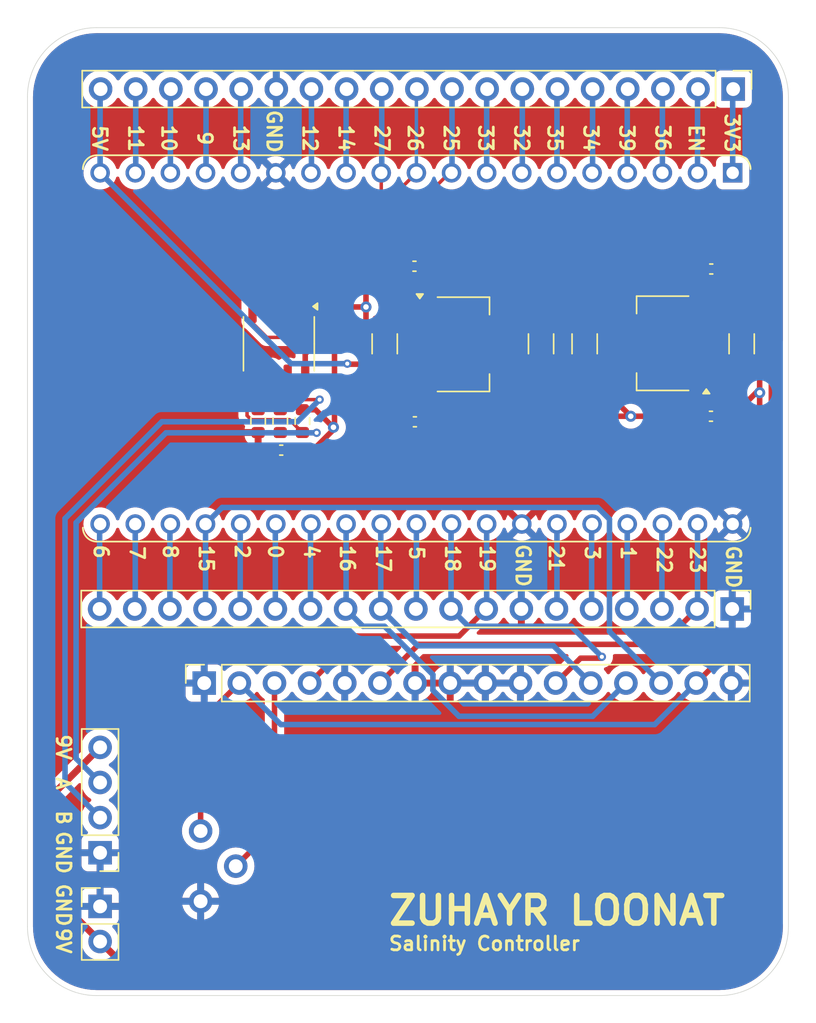
<source format=kicad_pcb>
(kicad_pcb (version 20240108) (generator "pcbnew") (generator_version "8.0")
  (layers (0 "F.Cu" signal) (31 "B.Cu" signal) (34 "B.Paste" user) (35 "F.Paste" user) (36 "B.SilkS" user "B.Silkscreen") (37 "F.SilkS" user "F.Silkscreen") (38 "B.Mask" user) (39 "F.Mask" user) (44 "Edge.Cuts" user))
  (net 0 "")
  (net 1 "GPIO23")
  (net 2 "GPIO19")
  (net 3 "Net-(J1-Pin_3)")
  (net 4 "GPIO16")
  (net 5 "GPIO18")
  (net 6 "GPIO17")
  (net 7 "GPIO27")
  (net 8 "GPIO14")
  (net 9 "12")
  (net 10 "SD2")
  (net 11 "GPIO25")
  (net 12 "GPIO33")
  (net 13 "GPIO13")
  (net 14 "SD3")
  (net 15 "GPIO34")
  (net 16 "GPIO32")
  (net 17 "EN")
  (net 18 "GPIO36")
  (net 19 "GPIO26")
  (net 20 "CMD")
  (net 21 "ESP3V3")
  (net 22 "GPIO35")
  (net 23 "GPIO22")
  (net 24 "CLK")
  (net 25 "GPIO1")
  (net 26 "SD0")
  (net 27 "SD1")
  (net 28 "GPIO2")
  (net 29 "GPIO21")
  (net 30 "GPIO5")
  (net 31 "GPIO0")
  (net 32 "GPIO15")
  (net 33 "GPIO3")
  (net 34 "GPIO4")
  (net 35 "3V3")
  (net 36 "GND")
  (net 37 "RS485_A+")
  (net 38 "9V")
  (net 39 "RS485_B-")
  (net 40 "5V")
  (net 41 "GPIO39")
  (footprint "Package_TO_SOT_SMD:SOT-223-3_TabPin2" (layer "F.Cu") (at 199.44999 51.794092)
    (property "Reference" "U4" (hide yes))
    (property "Value" "AMS1117-3.3")
    (pad "1" smd roundrect (at -3.15 -2.3) (size 2 1.5) (layers "F.Cu" "F.Paste" "F.Mask") (net 36 "GND"))
    (pad "2" smd roundrect (at -3.15 0) (size 2 1.5) (layers "F.Cu" "F.Paste" "F.Mask") (net 35 "3V3"))
    (pad "2" smd roundrect (at 3.15 0) (size 2 3.8) (layers "F.Cu" "F.Paste" "F.Mask") (net 35 "3V3"))
    (pad "3" smd roundrect (at -3.15 2.3) (size 2 1.5) (layers "F.Cu" "F.Paste" "F.Mask") (net 40 "5V"))
  )
  (footprint "Resistor_SMD:R_0603_1608Metric" (layer "F.Cu") (at 187.835524 57.346058 -90)
    (property "Reference" "R1" (hide yes))
    (property "Value" "4.7K")
    (pad "1" smd roundrect (at -0.825 0 270) (size 0.8 0.95) (layers "F.Cu" "F.Paste" "F.Mask") (net 35 "3V3"))
    (pad "2" smd roundrect (at 0.825 0 270) (size 0.8 0.95) (layers "F.Cu" "F.Paste" "F.Mask") (net 37 "RS485_A+"))
  )
  (footprint "Capacitor_SMD:C_1206_3216Metric" (layer "F.Cu") (at 208.235524 51.756592 -90)
    (property "Reference" "C7" (hide yes))
    (property "Value" "22uF")
    (pad "1" smd roundrect (at -1.475 0 270) (size 1.15 1.8) (layers "F.Cu" "F.Paste" "F.Mask") (roundrect_rratio 0.217391) (net 40 "5V"))
    (pad "2" smd roundrect (at 1.475 0 270) (size 1.15 1.8) (layers "F.Cu" "F.Paste" "F.Mask") (roundrect_rratio 0.217391) (net 36 "GND"))
  )
  (footprint "Resistor_SMD:R_0603_1608Metric" (layer "F.Cu") (at 186.235524 57.346058 90)
    (property "Reference" "R2" (hide yes))
    (property "Value" "120")
    (pad "1" smd roundrect (at -0.825 0 90) (size 0.8 0.95) (layers "F.Cu" "F.Paste" "F.Mask") (net 37 "RS485_A+"))
    (pad "2" smd roundrect (at 0.825 0 90) (size 0.8 0.95) (layers "F.Cu" "F.Paste" "F.Mask") (net 39 "RS485_B-"))
  )
  (footprint "Capacitor_SMD:C_1206_3216Metric" (layer "F.Cu") (at 219.585524 51.756592 -90)
    (property "Reference" "C3" (hide yes))
    (property "Value" "22uF")
    (pad "1" smd roundrect (at -1.475 0 270) (size 1.15 1.8) (layers "F.Cu" "F.Paste" "F.Mask") (roundrect_rratio 0.217391) (net 38 "9V"))
    (pad "2" smd roundrect (at 1.475 0 270) (size 1.15 1.8) (layers "F.Cu" "F.Paste" "F.Mask") (roundrect_rratio 0.217391) (net 36 "GND"))
  )
  (footprint "Connector_PinHeader_2.54mm:PinHeader_1x19_P2.54mm_Vertical" (layer "F.Cu") (at 218.96999 33.334092 -90)
    (property "Reference" "J4" (hide yes))
    (property "Value" "Conn_01x19")
    (pad "1" thru_hole rect (at 0 0 270) (size 1.7 1.7) (drill 1) (layers "*.Cu" "*.Mask") (net 21 "ESP3V3"))
    (pad "2" thru_hole oval (at 0 2.54 270) (size 1.7 1.7) (drill 1) (layers "*.Cu" "*.Mask") (net 17 "EN"))
    (pad "3" thru_hole oval (at 0 5.08 270) (size 1.7 1.7) (drill 1) (layers "*.Cu" "*.Mask") (net 18 "GPIO36"))
    (pad "4" thru_hole oval (at 0 7.62 270) (size 1.7 1.7) (drill 1) (layers "*.Cu" "*.Mask") (net 41 "GPIO39"))
    (pad "5" thru_hole oval (at 0 10.16 270) (size 1.7 1.7) (drill 1) (layers "*.Cu" "*.Mask") (net 15 "GPIO34"))
    (pad "6" thru_hole oval (at 0 12.7 270) (size 1.7 1.7) (drill 1) (layers "*.Cu" "*.Mask") (net 22 "GPIO35"))
    (pad "7" thru_hole oval (at 0 15.24 270) (size 1.7 1.7) (drill 1) (layers "*.Cu" "*.Mask") (net 16 "GPIO32"))
    (pad "8" thru_hole oval (at 0 17.78 270) (size 1.7 1.7) (drill 1) (layers "*.Cu" "*.Mask") (net 12 "GPIO33"))
    (pad "9" thru_hole oval (at 0 20.32 270) (size 1.7 1.7) (drill 1) (layers "*.Cu" "*.Mask") (net 11 "GPIO25"))
    (pad "10" thru_hole oval (at 0 22.86 270) (size 1.7 1.7) (drill 1) (layers "*.Cu" "*.Mask") (net 19 "GPIO26"))
    (pad "11" thru_hole oval (at 0 25.4 270) (size 1.7 1.7) (drill 1) (layers "*.Cu" "*.Mask") (net 7 "GPIO27"))
    (pad "12" thru_hole oval (at 0 27.94 270) (size 1.7 1.7) (drill 1) (layers "*.Cu" "*.Mask") (net 8 "GPIO14"))
    (pad "13" thru_hole oval (at 0 30.48 270) (size 1.7 1.7) (drill 1) (layers "*.Cu" "*.Mask") (net 9 "12"))
    (pad "14" thru_hole oval (at 0 33.02 270) (size 1.7 1.7) (drill 1) (layers "*.Cu" "*.Mask") (net 36 "GND"))
    (pad "15" thru_hole oval (at 0 35.56 270) (size 1.7 1.7) (drill 1) (layers "*.Cu" "*.Mask") (net 13 "GPIO13"))
    (pad "16" thru_hole oval (at 0 38.1 270) (size 1.7 1.7) (drill 1) (layers "*.Cu" "*.Mask") (net 10 "SD2"))
    (pad "17" thru_hole oval (at 0 40.64 270) (size 1.7 1.7) (drill 1) (layers "*.Cu" "*.Mask") (net 14 "SD3"))
    (pad "18" thru_hole oval (at 0 43.18 270) (size 1.7 1.7) (drill 1) (layers "*.Cu" "*.Mask") (net 20 "CMD"))
    (pad "19" thru_hole oval (at 0 45.72 270) (size 1.7 1.7) (drill 1) (layers "*.Cu" "*.Mask") (net 40 "5V"))
  )
  (footprint "ThesisLib:MODULE_ESP32-DEVKITC-32E-Edited2" (layer "F.Cu") (at 196.09999 52.089842 -90)
    (property "Reference" "U1" (hide yes))
    (property "Value" "ESP32-DEVKITC-32E")
    (fp_text user "22" (at 15.3 -17.3 -90) (layer "F.SilkS") (effects (font (thickness 0.2) (bold yes)) (justify bottom)))
    (fp_text user "14" (at -15.2 5.7 -90) (layer "F.SilkS") (effects (font (thickness 0.2) (bold yes)) (justify bottom)))
    (fp_text user "25" (at -15.2 -1.9 -90) (layer "F.SilkS") (effects (font (thickness 0.2) (bold yes)) (justify bottom)))
    (fp_text user "16" (at 15.2 5.6 -90) (layer "F.SilkS") (effects (font (thickness 0.2) (bold yes)) (justify bottom)))
    (fp_text user "7" (at 14.8 20.8 -90) (layer "F.SilkS") (effects (font (thickness 0.2) (bold yes)) (justify bottom)))
    (fp_text user "3" (at 14.8 -12.1 -90) (layer "F.SilkS") (effects (font (thickness 0.2) (bold yes)) (justify bottom)))
    (fp_text user "11" (at -15.2 20.9 -90) (layer "F.SilkS") (effects (font (thickness 0.2) (bold yes)) (justify bottom)))
    (fp_text user "27" (at -15.2 3.1 -90) (layer "F.SilkS") (effects (font (thickness 0.2) (bold yes)) (justify bottom)))
    (fp_text user "0" (at 14.7 10.8 -90) (layer "F.SilkS") (effects (font (thickness 0.2) (bold yes)) (justify bottom)))
    (fp_text user "" (at 14.4 -20.3 -90) (layer "F.SilkS") (effects (font (thickness 0.1)) (justify left bottom)))
    (fp_text user "21" (at 15.2 -9.5 -90) (layer "F.SilkS") (effects (font (thickness 0.2) (bold yes)) (justify bottom)))
    (fp_text user "23" (at 15.3 -19.7 -90) (layer "F.SilkS") (effects (font (thickness 0.2) (bold yes)) (justify bottom)))
    (fp_text user "19" (at 15.2 -4.5 -90) (layer "F.SilkS") (effects (font (thickness 0.2) (bold yes)) (justify bottom)))
    (fp_text user "15" (at 15.2 15.8 -90) (layer "F.SilkS") (effects (font (thickness 0.2) (bold yes)) (justify bottom)))
    (fp_text user "5" (at 14.8 0.6 -90) (layer "F.SilkS") (effects (font (thickness 0.2) (bold yes)) (justify bottom)))
    (fp_text user "4" (at 14.7 8.2 -90) (layer "F.SilkS") (effects (font (thickness 0.2) (bold yes)) (justify bottom)))
    (fp_text user "5V" (at -15.2 23.5 -90) (layer "F.SilkS") (effects (font (thickness 0.2) (bold yes)) (justify bottom)))
    (fp_text user "" (at -16.8 -20.2 -90) (layer "F.SilkS") (effects (font (thickness 0.1)) (justify left bottom)))
    (fp_text user "33" (at -15.2 -4.4 -90) (layer "F.SilkS") (effects (font (thickness 0.2) (bold yes)) (justify bottom)))
    (fp_text user "" (at -5.3 -20.3 -90) (layer "F.SilkS") (effects (font (thickness 0.1)) (justify left bottom)))
    (fp_text user "8" (at 14.7 18.4 -90) (layer "F.SilkS") (effects (font (thickness 0.2) (bold yes)) (justify bottom)))
    (fp_text user "35" (at -15.2 -9.4 -90) (layer "F.SilkS") (effects (font (thickness 0.2) (bold yes)) (justify bottom)))
    (fp_text user "10" (at -15.2 18.5 -90) (layer "F.SilkS") (effects (font (thickness 0.2) (bold yes)) (justify bottom)))
    (fp_text user "EN" (at -15.2 -19.6 -90) (layer "F.SilkS") (effects (font (thickness 0.2) (bold yes)) (justify bottom)))
    (fp_text user "1" (at 14.8 -14.7 -90) (layer "F.SilkS") (effects (font (thickness 0.2) (bold yes)) (justify bottom)))
    (fp_text user "GND" (at 15.8 -22.3 -90) (layer "F.SilkS") (effects (font (thickness 0.2) (bold yes)) (justify bottom)))
    (fp_text user "3V3 " (at -15.2 -22.2 -90) (layer "F.SilkS") (effects (font (thickness 0.2) (bold yes)) (justify bottom)))
    (fp_text user "13" (at -15.2 13.3 -90) (layer "F.SilkS") (effects (font (thickness 0.2) (bold yes)) (justify bottom)))
    (fp_text user "39" (at -15.2 -14.6 -90) (layer "F.SilkS") (effects (font (thickness 0.2) (bold yes)) (justify bottom)))
    (fp_text user "17" (at 15.2 3 -90) (layer "F.SilkS") (effects (font (thickness 0.2) (bold yes)) (justify bottom)))
    (fp_text user "34" (at -15.2 -12 -90) (layer "F.SilkS") (effects (font (thickness 0.2) (bold yes)) (justify bottom)))
    (fp_text user "32" (at -15.2 -7 -90) (layer "F.SilkS") (effects (font (thickness 0.2) (bold yes)) (justify bottom)))
    (fp_text user "2" (at 14.7 13.2 -90) (layer "F.SilkS") (effects (font (thickness 0.2) (bold yes)) (justify bottom)))
    (fp_text user "12" (at -15.2 8.3 -90) (layer "F.SilkS") (effects (font (thickness 0.2) (bold yes)) (justify bottom)))
    (fp_text user "9" (at -15.2 15.9 -90) (layer "F.SilkS") (effects (font (thickness 0.2) (bold yes)) (justify bottom)))
    (fp_text user "6" (at 14.7 23.4 -90) (layer "F.SilkS") (effects (font (thickness 0.2) (bold yes)) (justify bottom)))
    (fp_text user "GND" (at -15.7 10.9 -90) (layer "F.SilkS") (effects (font (thickness 0.2) (bold yes)) (justify bottom)))
    (fp_text user "26" (at -15.2 0.7 -90) (layer "F.SilkS") (effects (font (thickness 0.2) (bold yes)) (justify bottom)))
    (fp_text user "36" (at -15.2 -17.2 -90) (layer "F.SilkS") (effects (font (thickness 0.2) (bold yes)) (justify bottom)))
    (fp_text user "18" (at 15.2 -2 -90) (layer "F.SilkS") (effects (font (thickness 0.2) (bold yes)) (justify bottom)))
    (fp_text user "GND" (at 15.7 -7.1 -90) (layer "F.SilkS") (effects (font (thickness 0.2) (bold yes)) (justify bottom)))
    (pad "J2_1" thru_hole rect (at -12.7 -22.835 270) (size 1.408 1.408) (drill 0.9) (layers "*.Cu" "*.Mask") (net 21 "ESP3V3"))
    (pad "J2_2" thru_hole circle (at -12.7 -20.295 270) (size 1.408 1.408) (drill 0.9) (layers "*.Cu" "*.Mask") (net 17 "EN"))
    (pad "J2_3" thru_hole circle (at -12.7 -17.755 270) (size 1.408 1.408) (drill 0.9) (layers "*.Cu" "*.Mask") (net 18 "GPIO36"))
    (pad "J2_4" thru_hole circle (at -12.7 -15.215 270) (size 1.408 1.408) (drill 0.9) (layers "*.Cu" "*.Mask") (net 41 "GPIO39"))
    (pad "J2_5" thru_hole circle (at -12.7 -12.675 270) (size 1.408 1.408) (drill 0.9) (layers "*.Cu" "*.Mask") (net 15 "GPIO34"))
    (pad "J2_6" thru_hole circle (at -12.7 -10.135 270) (size 1.408 1.408) (drill 0.9) (layers "*.Cu" "*.Mask") (net 22 "GPIO35"))
    (pad "J2_7" thru_hole circle (at -12.7 -7.595 270) (size 1.408 1.408) (drill 0.9) (layers "*.Cu" "*.Mask") (net 16 "GPIO32"))
    (pad "J2_8" thru_hole circle (at -12.7 -5.055 270) (size 1.408 1.408) (drill 0.9) (layers "*.Cu" "*.Mask") (net 12 "GPIO33"))
    (pad "J2_9" thru_hole circle (at -12.7 -2.515 270) (size 1.408 1.408) (drill 0.9) (layers "*.Cu" "*.Mask") (net 11 "GPIO25"))
    (pad "J2_10" thru_hole circle (at -12.7 0.025 270) (size 1.408 1.408) (drill 0.9) (layers "*.Cu" "*.Mask") (net 19 "GPIO26"))
    (pad "J2_11" thru_hole circle (at -12.7 2.565 270) (size 1.408 1.408) (drill 0.9) (layers "*.Cu" "*.Mask") (net 7 "GPIO27"))
    (pad "J2_12" thru_hole circle (at -12.7 5.105 270) (size 1.408 1.408) (drill 0.9) (layers "*.Cu" "*.Mask") (net 8 "GPIO14"))
    (pad "J2_13" thru_hole circle (at -12.7 7.645 270) (size 1.408 1.408) (drill 0.9) (layers "*.Cu" "*.Mask") (net 9 "12"))
    (pad "J2_14" thru_hole circle (at -12.7 10.185 270) (size 1.408 1.408) (drill 0.9) (layers "*.Cu" "*.Mask") (net 36 "GND"))
    (pad "J2_15" thru_hole circle (at -12.7 12.725 270) (size 1.408 1.408) (drill 0.9) (layers "*.Cu" "*.Mask") (net 13 "GPIO13"))
    (pad "J2_16" thru_hole circle (at -12.7 15.265 270) (size 1.408 1.408) (drill 0.9) (layers "*.Cu" "*.Mask") (net 10 "SD2"))
    (pad "J2_17" thru_hole circle (at -12.7 17.805 270) (size 1.408 1.408) (drill 0.9) (layers "*.Cu" "*.Mask") (net 14 "SD3"))
    (pad "J2_18" thru_hole circle (at -12.7 20.345 270) (size 1.408 1.408) (drill 0.9) (layers "*.Cu" "*.Mask") (net 20 "CMD"))
    (pad "J2_19" thru_hole circle (at -12.7 22.885 270) (size 1.408 1.408) (drill 0.9) (layers "*.Cu" "*.Mask") (net 40 "5V"))
    (pad "J3_1" thru_hole circle (at 12.7 -22.835 270) (size 1.408 1.408) (drill 0.9) (layers "*.Cu" "*.Mask") (net 36 "GND"))
    (pad "J3_2" thru_hole circle (at 12.7 -20.295 270) (size 1.408 1.408) (drill 0.9) (layers "*.Cu" "*.Mask") (net 1 "GPIO23"))
    (pad "J3_3" thru_hole circle (at 12.7 -17.755 270) (size 1.408 1.408) (drill 0.9) (layers "*.Cu" "*.Mask") (net 23 "GPIO22"))
    (pad "J3_4" thru_hole circle (at 12.7 -15.215 270) (size 1.408 1.408) (drill 0.9) (layers "*.Cu" "*.Mask") (net 25 "GPIO1"))
    (pad "J3_5" thru_hole circle (at 12.7 -12.675 270) (size 1.408 1.408) (drill 0.9) (layers "*.Cu" "*.Mask") (net 33 "GPIO3"))
    (pad "J3_6" thru_hole circle (at 12.7 -10.135 270) (size 1.408 1.408) (drill 0.9) (layers "*.Cu" "*.Mask") (net 29 "GPIO21"))
    (pad "J3_7" thru_hole circle (at 12.7 -7.595 270) (size 1.408 1.408) (drill 0.9) (layers "*.Cu" "*.Mask") (net 36 "GND"))
    (pad "J3_8" thru_hole circle (at 12.7 -5.055 270) (size 1.408 1.408) (drill 0.9) (layers "*.Cu" "*.Mask") (net 2 "GPIO19"))
    (pad "J3_9" thru_hole circle (at 12.7 -2.515 270) (size 1.408 1.408) (drill 0.9) (layers "*.Cu" "*.Mask") (net 5 "GPIO18"))
    (pad "J3_10" thru_hole circle (at 12.7 0.025 270) (size 1.408 1.408) (drill 0.9) (layers "*.Cu" "*.Mask") (net 30 "GPIO5"))
    (pad "J3_11" thru_hole circle (at 12.7 2.565 270) (size 1.408 1.408) (drill 0.9) (layers "*.Cu" "*.Mask") (net 6 "GPIO17"))
    (pad "J3_12" thru_hole circle (at 12.7 5.105 270) (size 1.408 1.408) (drill 0.9) (layers "*.Cu" "*.Mask") (net 4 "GPIO16"))
    (pad "J3_13" thru_hole circle (at 12.7 7.645 270) (size 1.408 1.408) (drill 0.9) (layers "*.Cu" "*.Mask") (net 34 "GPIO4"))
    (pad "J3_14" thru_hole circle (at 12.7 10.185 270) (size 1.408 1.408) (drill 0.9) (layers "*.Cu" "*.Mask") (net 31 "GPIO0"))
    (pad "J3_15" thru_hole circle (at 12.7 12.725 270) (size 1.408 1.408) (drill 0.9) (layers "*.Cu" "*.Mask") (net 28 "GPIO2"))
    (pad "J3_16" thru_hole circle (at 12.7 15.265 270) (size 1.408 1.408) (drill 0.9) (layers "*.Cu" "*.Mask") (net 32 "GPIO15"))
    (pad "J3_17" thru_hole circle (at 12.7 17.805 270) (size 1.408 1.408) (drill 0.9) (layers "*.Cu" "*.Mask") (net 27 "SD1"))
    (pad "J3_18" thru_hole circle (at 12.7 20.345 270) (size 1.408 1.408) (drill 0.9) (layers "*.Cu" "*.Mask") (net 26 "SD0"))
    (pad "J3_19" thru_hole circle (at 12.7 22.885 270) (size 1.408 1.408) (drill 0.9) (layers "*.Cu" "*.Mask") (net 24 "CLK"))
  )
  (footprint "Capacitor_SMD:C_0402_1005Metric" (layer "F.Cu") (at 217.385524 46.346058 180)
    (property "Reference" "C2" (hide yes))
    (property "Value" "0.1uF")
    (pad "1" smd roundrect (at -0.48 0 180) (size 0.56 0.62) (layers "F.Cu" "F.Paste" "F.Mask") (net 38 "9V"))
    (pad "2" smd roundrect (at 0.48 0 180) (size 0.56 0.62) (layers "F.Cu" "F.Paste" "F.Mask") (net 36 "GND"))
  )
  (footprint "Capacitor_SMD:C_0402_1005Metric" (layer "F.Cu") (at 195.965524 57.396058)
    (property "Reference" "C6" (hide yes))
    (property "Value" "0.1uF")
    (pad "1" smd roundrect (at -0.48 0) (size 0.56 0.62) (layers "F.Cu" "F.Paste" "F.Mask") (net 40 "5V"))
    (pad "2" smd roundrect (at 0.48 0) (size 0.56 0.62) (layers "F.Cu" "F.Paste" "F.Mask") (net 36 "GND"))
  )
  (footprint "Capacitor_SMD:C_0402_1005Metric" (layer "F.Cu") (at 217.365524 56.996058)
    (property "Reference" "C5" (hide yes))
    (property "Value" "0.1uF")
    (pad "1" smd roundrect (at -0.48 0) (size 0.56 0.62) (layers "F.Cu" "F.Paste" "F.Mask") (net 40 "5V"))
    (pad "2" smd roundrect (at 0.48 0) (size 0.56 0.62) (layers "F.Cu" "F.Paste" "F.Mask") (net 36 "GND"))
  )
  (footprint "Connector_PinHeader_2.54mm:PinHeader_1x02_P2.54mm_Vertical" (layer "F.Cu") (at 173.214466 92.442116)
    (property "Reference" "J2" (hide yes))
    (property "Value" "PWR")
    (pad "1" thru_hole rect (at 0 0) (size 1.7 1.7) (drill 1) (layers "*.Cu" "*.Mask") (net 36 "GND"))
    (pad "2" thru_hole oval (at 0 2.54) (size 1.7 1.7) (drill 1) (layers "*.Cu" "*.Mask") (net 38 "9V"))
  )
  (footprint "Capacitor_SMD:C_0402_1005Metric" (layer "F.Cu") (at 195.935524 46.146058 180)
    (property "Reference" "C9" (hide yes))
    (property "Value" "0.1uF")
    (pad "1" smd roundrect (at -0.48 0 180) (size 0.56 0.62) (layers "F.Cu" "F.Paste" "F.Mask") (net 35 "3V3"))
    (pad "2" smd roundrect (at 0.48 0 180) (size 0.56 0.62) (layers "F.Cu" "F.Paste" "F.Mask") (net 36 "GND"))
  )
  (footprint "Package_SO:SOIC-8_3.9x4.9mm_P1.27mm" (layer "F.Cu") (at 186.135524 51.756592 -90)
    (property "Reference" "U3" (hide yes))
    (property "Value" "SP3485EN")
    (pad "1" smd roundrect (at -2.475 -1.905 270) (size 1.95 0.6) (layers "F.Cu" "F.Paste" "F.Mask") (net 19 "GPIO26"))
    (pad "2" smd roundrect (at -2.475 -0.635 270) (size 1.95 0.6) (layers "F.Cu" "F.Paste" "F.Mask") (net 7 "GPIO27"))
    (pad "3" smd roundrect (at -2.475 0.635 270) (size 1.95 0.6) (layers "F.Cu" "F.Paste" "F.Mask") (net 7 "GPIO27"))
    (pad "4" smd roundrect (at -2.475 1.905 270) (size 1.95 0.6) (layers "F.Cu" "F.Paste" "F.Mask") (net 11 "GPIO25"))
    (pad "5" smd roundrect (at 2.475 1.905 270) (size 1.95 0.6) (layers "F.Cu" "F.Paste" "F.Mask") (net 36 "GND"))
    (pad "6" smd roundrect (at 2.475 0.635 270) (size 1.95 0.6) (layers "F.Cu" "F.Paste" "F.Mask") (net 37 "RS485_A+"))
    (pad "7" smd roundrect (at 2.475 -0.635 270) (size 1.95 0.6) (layers "F.Cu" "F.Paste" "F.Mask") (net 39 "RS485_B-"))
    (pad "8" smd roundrect (at 2.475 -1.905 270) (size 1.95 0.6) (layers "F.Cu" "F.Paste" "F.Mask") (net 35 "3V3"))
  )
  (footprint "ThesisLib:10KPot" (layer "F.Cu") (at 183.018932 92.072116 180)
    (property "Reference" "RV1" (hide yes))
    (property "Value" "LCD Pot")
    (pad "1" thru_hole oval (at 2.54 0 180) (size 1.7 1.7) (drill 1) (layers "*.Cu" "*.Mask") (net 36 "GND"))
    (pad "2" thru_hole oval (at 0 2.54 180) (size 1.7 1.7) (drill 1) (layers "*.Cu" "*.Mask") (net 3 "Net-(J1-Pin_3)"))
    (pad "3" thru_hole oval (at 2.54 5.08 180) (size 1.7 1.7) (drill 1) (layers "*.Cu" "*.Mask") (net 40 "5V"))
  )
  (footprint "Capacitor_SMD:C_1206_3216Metric" (layer "F.Cu") (at 205.085524 51.756592 -90)
    (property "Reference" "C8" (hide yes))
    (property "Value" "22uF")
    (pad "1" smd roundrect (at -1.475 0 270) (size 1.15 1.8) (layers "F.Cu" "F.Paste" "F.Mask") (roundrect_rratio 0.217391) (net 35 "3V3"))
    (pad "2" smd roundrect (at 1.475 0 270) (size 1.15 1.8) (layers "F.Cu" "F.Paste" "F.Mask") (roundrect_rratio 0.217391) (net 36 "GND"))
  )
  (footprint "Capacitor_SMD:C_0402_1005Metric" (layer "F.Cu") (at 186.305524 59.446058 180)
    (property "Reference" "C1" (hide yes))
    (property "Value" "0.1uF")
    (pad "1" smd roundrect (at -0.48 0 180) (size 0.56 0.62) (layers "F.Cu" "F.Paste" "F.Mask") (net 35 "3V3"))
    (pad "2" smd roundrect (at 0.48 0 180) (size 0.56 0.62) (layers "F.Cu" "F.Paste" "F.Mask") (net 36 "GND"))
  )
  (footprint "Resistor_SMD:R_0603_1608Metric" (layer "F.Cu") (at 184.635524 57.346058 -90)
    (property "Reference" "R3" (hide yes))
    (property "Value" "4.7K")
    (pad "1" smd roundrect (at -0.825 0 270) (size 0.8 0.95) (layers "F.Cu" "F.Paste" "F.Mask") (net 39 "RS485_B-"))
    (pad "2" smd roundrect (at 0.825 0 270) (size 0.8 0.95) (layers "F.Cu" "F.Paste" "F.Mask") (net 36 "GND"))
  )
  (footprint "Capacitor_SMD:C_1206_3216Metric" (layer "F.Cu") (at 193.785524 51.756592 90)
    (property "Reference" "C4" (hide yes))
    (property "Value" "22uF")
    (pad "1" smd roundrect (at -1.475 0 90) (size 1.15 1.8) (layers "F.Cu" "F.Paste" "F.Mask") (roundrect_rratio 0.217391) (net 40 "5V"))
    (pad "2" smd roundrect (at 1.475 0 90) (size 1.15 1.8) (layers "F.Cu" "F.Paste" "F.Mask") (roundrect_rratio 0.217391) (net 36 "GND"))
  )
  (footprint "Package_TO_SOT_SMD:SOT-223-3_TabPin2" (layer "F.Cu") (at 213.89999 51.719092 180)
    (property "Reference" "U2" (hide yes))
    (property "Value" "AMS1117-5.0")
    (pad "1" smd roundrect (at -3.15 -2.3 180) (size 2 1.5) (layers "F.Cu" "F.Paste" "F.Mask") (net 36 "GND"))
    (pad "2" smd roundrect (at -3.15 0 180) (size 2 1.5) (layers "F.Cu" "F.Paste" "F.Mask") (net 40 "5V"))
    (pad "2" smd roundrect (at 3.15 0 180) (size 2 3.8) (layers "F.Cu" "F.Paste" "F.Mask") (net 40 "5V"))
    (pad "3" smd roundrect (at -3.15 2.3 180) (size 2 1.5) (layers "F.Cu" "F.Paste" "F.Mask") (net 38 "9V"))
  )
  (footprint "Connector_PinHeader_2.54mm:PinHeader_1x04_P2.54mm_Vertical" (layer "F.Cu") (at 173.214466 88.562116 180)
    (property "Reference" "J3" (hide yes))
    (property "Value" "Inter Board")
    (pad "1" thru_hole rect (at 0 0 180) (size 1.7 1.7) (drill 1) (layers "*.Cu" "*.Mask") (net 36 "GND"))
    (pad "2" thru_hole oval (at 0 2.54 180) (size 1.7 1.7) (drill 1) (layers "*.Cu" "*.Mask") (net 39 "RS485_B-"))
    (pad "3" thru_hole oval (at 0 5.08 180) (size 1.7 1.7) (drill 1) (layers "*.Cu" "*.Mask") (net 37 "RS485_A+"))
    (pad "4" thru_hole oval (at 0 7.62 180) (size 1.7 1.7) (drill 1) (layers "*.Cu" "*.Mask") (net 38 "9V"))
  )
  (footprint "Connector_PinHeader_2.54mm:PinHeader_1x19_P2.54mm_Vertical" (layer "F.Cu") (at 218.89999 70.934092 -90)
    (property "Reference" "J5" (hide yes))
    (property "Value" "Conn_01x19")
    (pad "1" thru_hole rect (at 0 0 270) (size 1.7 1.7) (drill 1) (layers "*.Cu" "*.Mask") (net 36 "GND"))
    (pad "2" thru_hole oval (at 0 2.54 270) (size 1.7 1.7) (drill 1) (layers "*.Cu" "*.Mask") (net 1 "GPIO23"))
    (pad "3" thru_hole oval (at 0 5.08 270) (size 1.7 1.7) (drill 1) (layers "*.Cu" "*.Mask") (net 23 "GPIO22"))
    (pad "4" thru_hole oval (at 0 7.62 270) (size 1.7 1.7) (drill 1) (layers "*.Cu" "*.Mask") (net 25 "GPIO1"))
    (pad "5" thru_hole oval (at 0 10.16 270) (size 1.7 1.7) (drill 1) (layers "*.Cu" "*.Mask") (net 33 "GPIO3"))
    (pad "6" thru_hole oval (at 0 12.7 270) (size 1.7 1.7) (drill 1) (layers "*.Cu" "*.Mask") (net 29 "GPIO21"))
    (pad "7" thru_hole oval (at 0 15.24 270) (size 1.7 1.7) (drill 1) (layers "*.Cu" "*.Mask") (net 36 "GND"))
    (pad "8" thru_hole oval (at 0 17.78 270) (size 1.7 1.7) (drill 1) (layers "*.Cu" "*.Mask") (net 2 "GPIO19"))
    (pad "9" thru_hole oval (at 0 20.32 270) (size 1.7 1.7) (drill 1) (layers "*.Cu" "*.Mask") (net 5 "GPIO18"))
    (pad "10" thru_hole oval (at 0 22.86 270) (size 1.7 1.7) (drill 1) (layers "*.Cu" "*.Mask") (net 30 "GPIO5"))
    (pad "11" thru_hole oval (at 0 25.4 270) (size 1.7 1.7) (drill 1) (layers "*.Cu" "*.Mask") (net 6 "GPIO17"))
    (pad "12" thru_hole oval (at 0 27.94 270) (size 1.7 1.7) (drill 1) (layers "*.Cu" "*.Mask") (net 4 "GPIO16"))
    (pad "13" thru_hole oval (at 0 30.48 270) (size 1.7 1.7) (drill 1) (layers "*.Cu" "*.Mask") (net 34 "GPIO4"))
    (pad "14" thru_hole oval (at 0 33.02 270) (size 1.7 1.7) (drill 1) (layers "*.Cu" "*.Mask") (net 31 "GPIO0"))
    (pad "15" thru_hole oval (at 0 35.56 270) (size 1.7 1.7) (drill 1) (layers "*.Cu" "*.Mask") (net 28 "GPIO2"))
    (pad "16" thru_hole oval (at 0 38.1 270) (size 1.7 1.7) (drill 1) (layers "*.Cu" "*.Mask") (net 32 "GPIO15"))
    (pad "17" thru_hole oval (at 0 40.64 270) (size 1.7 1.7) (drill 1) (layers "*.Cu" "*.Mask") (net 27 "SD1"))
    (pad "18" thru_hole oval (at 0 43.18 270) (size 1.7 1.7) (drill 1) (layers "*.Cu" "*.Mask") (net 26 "SD0"))
    (pad "19" thru_hole oval (at 0 45.72 270) (size 1.7 1.7) (drill 1) (layers "*.Cu" "*.Mask") (net 24 "CLK"))
  )
  (footprint "Connector_PinSocket_2.54mm:PinSocket_1x16_P2.54mm_Vertical" (layer "F.Cu") (at 180.738932 76.292116 90)
    (property "Reference" "J1" (hide yes))
    (property "Value" "16-Pin LCD")
    (pad "1" thru_hole rect (at 0 0 90) (size 1.7 1.7) (drill 1) (layers "*.Cu" "*.Mask") (net 36 "GND"))
    (pad "2" thru_hole oval (at 0 2.54 90) (size 1.7 1.7) (drill 1) (layers "*.Cu" "*.Mask") (net 40 "5V"))
    (pad "3" thru_hole oval (at 0 5.08 90) (size 1.7 1.7) (drill 1) (layers "*.Cu" "*.Mask") (net 3 "Net-(J1-Pin_3)"))
    (pad "4" thru_hole oval (at 0 7.62 90) (size 1.7 1.7) (drill 1) (layers "*.Cu" "*.Mask") (net 2 "GPIO19"))
    (pad "5" thru_hole oval (at 0 10.16 90) (size 1.7 1.7) (drill 1) (layers "*.Cu" "*.Mask") (net 36 "GND"))
    (pad "6" thru_hole oval (at 0 12.7 90) (size 1.7 1.7) (drill 1) (layers "*.Cu" "*.Mask") (net 1 "GPIO23"))
    (pad "7" thru_hole oval (at 0 15.24 90) (size 1.7 1.7) (drill 1) (layers "*.Cu" "*.Mask") (net 36 "GND"))
    (pad "8" thru_hole oval (at 0 17.78 90) (size 1.7 1.7) (drill 1) (layers "*.Cu" "*.Mask") (net 36 "GND"))
    (pad "9" thru_hole oval (at 0 20.32 90) (size 1.7 1.7) (drill 1) (layers "*.Cu" "*.Mask") (net 36 "GND"))
    (pad "10" thru_hole oval (at 0 22.86 90) (size 1.7 1.7) (drill 1) (layers "*.Cu" "*.Mask") (net 36 "GND"))
    (pad "11" thru_hole oval (at 0 25.4 90) (size 1.7 1.7) (drill 1) (layers "*.Cu" "*.Mask") (net 5 "GPIO18"))
    (pad "12" thru_hole oval (at 0 27.94 90) (size 1.7 1.7) (drill 1) (layers "*.Cu" "*.Mask") (net 6 "GPIO17"))
    (pad "13" thru_hole oval (at 0 30.48 90) (size 1.7 1.7) (drill 1) (layers "*.Cu" "*.Mask") (net 4 "GPIO16"))
    (pad "14" thru_hole oval (at 0 33.02 90) (size 1.7 1.7) (drill 1) (layers "*.Cu" "*.Mask") (net 32 "GPIO15"))
    (pad "15" thru_hole oval (at 0 35.56 90) (size 1.7 1.7) (drill 1) (layers "*.Cu" "*.Mask") (net 40 "5V"))
    (pad "16" thru_hole oval (at 0 38.1 90) (size 1.7 1.7) (drill 1) (layers "*.Cu" "*.Mask") (net 36 "GND"))
  )
  (gr_line (start 172.964466 28.892116) (end 217.964466 28.892116) (stroke (width 0.05)) (layer "Edge.Cuts"))
  (gr_line (start 217.964466 98.892116) (end 172.964466 98.892116) (stroke (width 0.05)) (layer "Edge.Cuts"))
  (gr_arc (start 167.964466 33.892116) (mid 169.428934 30.356594) (end 172.964466 28.892116) (stroke (width 0.05)) (layer "Edge.Cuts"))
  (gr_line (start 167.964466 93.892116) (end 167.964466 33.892116) (stroke (width 0.05)) (layer "Edge.Cuts"))
  (gr_arc (start 217.964466 28.892116) (mid 221.499978 30.356594) (end 222.964466 33.892116) (stroke (width 0.05)) (layer "Edge.Cuts"))
  (gr_line (start 222.964466 33.892116) (end 222.964466 93.892116) (stroke (width 0.05)) (layer "Edge.Cuts"))
  (gr_arc (start 172.964466 98.892116) (mid 169.42891 97.427662) (end 167.964466 93.892116) (stroke (width 0.05)) (layer "Edge.Cuts"))
  (gr_arc (start 222.964466 93.892116) (mid 221.500002 97.427662) (end 217.964466 98.892116) (stroke (width 0.05)) (layer "Edge.Cuts"))
  (gr_text "ZUHAYR LOONAT" (at 193.878932 93.917116 0) (layer "F.SilkS") (effects (font (size 2 2) (thickness 0.4) (bold yes)) (justify left bottom)))
  (gr_text "Salinity Controller" (at 193.978932 95.717116 0) (layer "F.SilkS") (effects (font (size 1 1) (thickness 0.2) (bold yes)) (justify left bottom)))
  (gr_text "GND" (at 169.978932 90.692116 -90) (layer "F.SilkS") (effects (font (size 1 1) (thickness 0.2) (bold yes)) (justify left bottom)))
  (gr_text "B" (at 169.978932 85.392116 -90) (layer "F.SilkS") (effects (font (size 1 1) (thickness 0.2) (bold yes)) (justify left bottom)))
  (gr_text "A" (at 169.978932 82.992116 -90) (layer "F.SilkS") (effects (font (size 1 1) (thickness 0.2) (bold yes)) (justify left bottom)))
  (gr_text "9V" (at 169.978932 93.892116 -90) (layer "F.SilkS") (effects (font (size 1 1) (thickness 0.2) (bold yes)) (justify left bottom)))
  (gr_text "GND" (at 169.978932 86.892116 -90) (layer "F.SilkS") (effects (font (size 1 1) (thickness 0.2) (bold yes)) (justify left bottom)))
  (gr_text "9V" (at 169.978932 79.892116 -90) (layer "F.SilkS") (effects (font (size 1 1) (thickness 0.2) (bold yes)) (justify left bottom)))
  (segment (start 196.238932 73.492116) (end 213.801966 73.492116) (width 0.4) (layer "F.Cu") (net 1))
  (segment (start 193.438932 76.292116) (end 196.238932 73.492116) (width 0.4) (layer "F.Cu") (net 1))
  (segment (start 213.801966 73.492116) (end 216.35999 70.934092) (width 0.4) (layer "F.Cu") (net 1))
  (segment (start 216.39499 70.899092) (end 216.35999 70.934092) (width 0.4) (layer "B.Cu") (net 1))
  (segment (start 216.39499 64.789842) (end 216.39499 70.899092) (width 0.4) (layer "B.Cu") (net 1))
  (segment (start 188.358932 76.292116) (end 191.758932 72.892116) (width 0.4) (layer "F.Cu") (net 2))
  (segment (start 191.758932 72.892116) (end 199.161966 72.892116) (width 0.4) (layer "F.Cu") (net 2))
  (segment (start 199.161966 72.892116) (end 201.11999 70.934092) (width 0.4) (layer "F.Cu") (net 2))
  (segment (start 201.15499 70.899092) (end 201.11999 70.934092) (width 0.4) (layer "B.Cu") (net 2))
  (segment (start 201.15499 64.789842) (end 201.15499 70.899092) (width 0.4) (layer "B.Cu") (net 2))
  (segment (start 185.818932 86.732116) (end 183.018932 89.532116) (width 0.4) (layer "F.Cu") (net 3))
  (segment (start 185.818932 76.292116) (end 185.818932 86.732116) (width 0.4) (layer "F.Cu") (net 3))
  (segment (start 197.268932 76.809883) (end 197.268932 75.682116) (width 0.4) (layer "B.Cu") (net 4))
  (segment (start 192.20999 72.184092) (end 190.95999 70.934092) (width 0.4) (layer "B.Cu") (net 4))
  (segment (start 211.218932 76.292116) (end 208.818932 78.692116) (width 0.4) (layer "B.Cu") (net 4))
  (segment (start 190.99499 64.789842) (end 190.99499 70.899092) (width 0.4) (layer "B.Cu") (net 4))
  (segment (start 197.268932 75.682116) (end 193.770908 72.184092) (width 0.4) (layer "B.Cu") (net 4))
  (segment (start 190.99499 70.899092) (end 190.95999 70.934092) (width 0.4) (layer "B.Cu") (net 4))
  (segment (start 193.770908 72.184092) (end 192.20999 72.184092) (width 0.4) (layer "B.Cu") (net 4))
  (segment (start 199.151165 78.692116) (end 197.268932 76.809883) (width 0.4) (layer "B.Cu") (net 4))
  (segment (start 208.818932 78.692116) (end 199.151165 78.692116) (width 0.4) (layer "B.Cu") (net 4))
  (segment (start 209.378932 74.492116) (end 207.938932 74.492116) (width 0.4) (layer "F.Cu") (net 5))
  (segment (start 207.938932 74.492116) (end 206.138932 76.292116) (width 0.4) (layer "F.Cu") (net 5))
  (segment (start 209.478932 74.392116) (end 209.378932 74.492116) (width 0.4) (layer "F.Cu") (net 5))
  (via (at 209.478932 74.392116) (size 0.6) (drill 0.3) (layers "F.Cu" "B.Cu") (net 5))
  (segment (start 198.57999 70.934092) (end 199.82999 72.184092) (width 0.4) (layer "B.Cu") (net 5))
  (segment (start 199.82999 72.184092) (end 207.270908 72.184092) (width 0.4) (layer "B.Cu") (net 5))
  (segment (start 198.57999 70.934092) (end 198.57999 64.824842) (width 0.4) (layer "B.Cu") (net 5))
  (segment (start 207.270908 72.184092) (end 209.478932 74.392116) (width 0.4) (layer "B.Cu") (net 5))
  (segment (start 198.57999 64.824842) (end 198.61499 64.789842) (width 0.4) (layer "B.Cu") (net 5))
  (segment (start 208.678932 76.292116) (end 205.978932 73.592116) (width 0.4) (layer "B.Cu") (net 6))
  (segment (start 195.958014 73.392116) (end 193.49999 70.934092) (width 0.4) (layer "B.Cu") (net 6))
  (segment (start 195.978932 73.392116) (end 195.958014 73.392116) (width 0.4) (layer "B.Cu") (net 6))
  (segment (start 193.49999 64.824842) (end 193.53499 64.789842) (width 0.4) (layer "B.Cu") (net 6))
  (segment (start 205.978932 73.592116) (end 196.178932 73.592116) (width 0.4) (layer "B.Cu") (net 6))
  (segment (start 196.178932 73.592116) (end 195.978932 73.392116) (width 0.4) (layer "B.Cu") (net 6))
  (segment (start 193.49999 70.934092) (end 193.49999 64.824842) (width 0.4) (layer "B.Cu") (net 6))
  (segment (start 193.53499 41.293446) (end 193.53499 39.389842) (width 0.25) (layer "F.Cu") (net 7))
  (segment (start 186.770524 48.057912) (end 193.53499 41.293446) (width 0.25) (layer "F.Cu") (net 7))
  (segment (start 186.770524 49.281592) (end 186.770524 48.057912) (width 0.25) (layer "F.Cu") (net 7))
  (segment (start 185.500524 49.281592) (end 186.770524 49.281592) (width 0.25) (layer "F.Cu") (net 7))
  (segment (start 193.56999 33.334092) (end 193.56999 39.354842) (width 0.4) (layer "B.Cu") (net 7))
  (segment (start 193.56999 39.354842) (end 193.53499 39.389842) (width 0.4) (layer "B.Cu") (net 7))
  (segment (start 190.99499 39.389842) (end 190.99499 33.369092) (width 0.4) (layer "B.Cu") (net 8))
  (segment (start 190.99499 33.369092) (end 191.02999 33.334092) (width 0.4) (layer "B.Cu") (net 8))
  (segment (start 188.48999 39.354842) (end 188.45499 39.389842) (width 0.4) (layer "B.Cu") (net 9))
  (segment (start 188.48999 33.334092) (end 188.48999 39.354842) (width 0.4) (layer "B.Cu") (net 9))
  (segment (start 180.86999 33.334092) (end 180.86999 39.354842) (width 0.4) (layer "B.Cu") (net 10))
  (segment (start 180.86999 39.354842) (end 180.83499 39.389842) (width 0.4) (layer "B.Cu") (net 10))
  (segment (start 184.230524 49.281592) (end 184.230524 50.256591) (width 0.25) (layer "F.Cu") (net 11))
  (segment (start 188.665524 48.255684) (end 188.490524 48.080684) (width 0.25) (layer "F.Cu") (net 11))
  (segment (start 184.230524 50.256591) (end 185.266049 51.292116) (width 0.25) (layer "F.Cu") (net 11))
  (segment (start 188.665524 50.3075) (end 188.665524 48.255684) (width 0.25) (layer "F.Cu") (net 11))
  (segment (start 185.266049 51.292116) (end 187.680908 51.292116) (width 0.25) (layer "F.Cu") (net 11))
  (segment (start 188.490524 48.080684) (end 188.490524 47.610704) (width 0.25) (layer "F.Cu") (net 11))
  (segment (start 194.809112 41.292116) (end 196.564466 41.292116) (width 0.25) (layer "F.Cu") (net 11))
  (segment (start 187.680908 51.292116) (end 188.665524 50.3075) (width 0.25) (layer "F.Cu") (net 11))
  (segment (start 196.564466 41.292116) (end 198.46674 39.389842) (width 0.25) (layer "F.Cu") (net 11))
  (segment (start 198.46674 39.389842) (end 198.61499 39.389842) (width 0.25) (layer "F.Cu") (net 11))
  (segment (start 188.490524 47.610704) (end 194.809112 41.292116) (width 0.25) (layer "F.Cu") (net 11))
  (segment (start 198.64999 33.334092) (end 198.64999 39.354842) (width 0.4) (layer "B.Cu") (net 11))
  (segment (start 198.64999 39.354842) (end 198.61499 39.389842) (width 0.4) (layer "B.Cu") (net 11))
  (segment (start 201.15499 39.389842) (end 201.15499 33.369092) (width 0.4) (layer "B.Cu") (net 12))
  (segment (start 201.15499 33.369092) (end 201.18999 33.334092) (width 0.4) (layer "B.Cu") (net 12))
  (segment (start 183.37499 33.369092) (end 183.40999 33.334092) (width 0.4) (layer "B.Cu") (net 13))
  (segment (start 183.37499 39.389842) (end 183.37499 33.369092) (width 0.4) (layer "B.Cu") (net 13))
  (segment (start 178.29499 39.389842) (end 178.29499 33.369092) (width 0.4) (layer "B.Cu") (net 14))
  (segment (start 178.29499 33.369092) (end 178.32999 33.334092) (width 0.4) (layer "B.Cu") (net 14))
  (segment (start 208.80999 33.334092) (end 208.80999 39.354842) (width 0.4) (layer "B.Cu") (net 15))
  (segment (start 208.80999 39.354842) (end 208.77499 39.389842) (width 0.4) (layer "B.Cu") (net 15))
  (segment (start 203.72999 39.354842) (end 203.69499 39.389842) (width 0.4) (layer "B.Cu") (net 16))
  (segment (start 203.72999 33.334092) (end 203.72999 39.354842) (width 0.4) (layer "B.Cu") (net 16))
  (segment (start 216.39499 39.389842) (end 216.39499 33.369092) (width 0.4) (layer "B.Cu") (net 17))
  (segment (start 216.39499 33.369092) (end 216.42999 33.334092) (width 0.4) (layer "B.Cu") (net 17))
  (segment (start 213.85499 39.389842) (end 213.85499 33.369092) (width 0.4) (layer "B.Cu") (net 18))
  (segment (start 213.85499 33.369092) (end 213.88999 33.334092) (width 0.4) (layer "B.Cu") (net 18))
  (segment (start 188.040524 49.281592) (end 188.040524 47.424308) (width 0.25) (layer "F.Cu") (net 19))
  (segment (start 188.040524 47.424308) (end 196.07499 39.389842) (width 0.25) (layer "F.Cu") (net 19))
  (segment (start 196.07499 39.389842) (end 196.07499 33.369092) (width 0.25) (layer "B.Cu") (net 19))
  (segment (start 196.07499 33.369092) (end 196.10999 33.334092) (width 0.25) (layer "B.Cu") (net 19))
  (segment (start 175.78999 33.334092) (end 175.78999 39.354842) (width 0.4) (layer "B.Cu") (net 20))
  (segment (start 175.78999 39.354842) (end 175.75499 39.389842) (width 0.4) (layer "B.Cu") (net 20))
  (segment (start 218.93499 39.389842) (end 218.93499 33.369092) (width 0.4) (layer "B.Cu") (net 21))
  (segment (start 218.93499 33.369092) (end 218.96999 33.334092) (width 0.4) (layer "B.Cu") (net 21))
  (segment (start 206.23499 33.369092) (end 206.26999 33.334092) (width 0.4) (layer "B.Cu") (net 22))
  (segment (start 206.23499 39.389842) (end 206.23499 33.369092) (width 0.4) (layer "B.Cu") (net 22))
  (segment (start 213.81999 64.824842) (end 213.85499 64.789842) (width 0.4) (layer "B.Cu") (net 23))
  (segment (start 213.81999 70.934092) (end 213.81999 64.824842) (width 0.4) (layer "B.Cu") (net 23))
  (segment (start 173.17999 64.824842) (end 173.21499 64.789842) (width 0.4) (layer "B.Cu") (net 24))
  (segment (start 173.17999 70.934092) (end 173.17999 64.824842) (width 0.4) (layer "B.Cu") (net 24))
  (segment (start 211.31499 64.789842) (end 211.31499 70.899092) (width 0.4) (layer "B.Cu") (net 25))
  (segment (start 211.31499 70.899092) (end 211.27999 70.934092) (width 0.4) (layer "B.Cu") (net 25))
  (segment (start 175.75499 64.789842) (end 175.75499 70.899092) (width 0.4) (layer "B.Cu") (net 26))
  (segment (start 175.75499 70.899092) (end 175.71999 70.934092) (width 0.4) (layer "B.Cu") (net 26))
  (segment (start 178.25999 64.824842) (end 178.29499 64.789842) (width 0.4) (layer "B.Cu") (net 27))
  (segment (start 178.25999 70.934092) (end 178.25999 64.824842) (width 0.4) (layer "B.Cu") (net 27))
  (segment (start 183.33999 64.824842) (end 183.37499 64.789842) (width 0.4) (layer "B.Cu") (net 28))
  (segment (start 183.33999 70.934092) (end 183.33999 64.824842) (width 0.4) (layer "B.Cu") (net 28))
  (segment (start 206.23499 70.899092) (end 206.19999 70.934092) (width 0.4) (layer "B.Cu") (net 29))
  (segment (start 206.23499 64.789842) (end 206.23499 70.899092) (width 0.4) (layer "B.Cu") (net 29))
  (segment (start 196.07499 70.899092) (end 196.03999 70.934092) (width 0.4) (layer "B.Cu") (net 30))
  (segment (start 196.07499 64.789842) (end 196.07499 70.899092) (width 0.4) (layer "B.Cu") (net 30))
  (segment (start 185.87999 70.934092) (end 185.87999 64.824842) (width 0.4) (layer "B.Cu") (net 31))
  (segment (start 185.87999 64.824842) (end 185.91499 64.789842) (width 0.4) (layer "B.Cu") (net 31))
  (segment (start 180.83499 64.789842) (end 180.83499 70.899092) (width 0.4) (layer "B.Cu") (net 32))
  (segment (start 210.02999 72.563174) (end 210.02999 64.443174) (width 0.4) (layer "B.Cu") (net 32))
  (segment (start 209.178932 63.592116) (end 182.032716 63.592116) (width 0.4) (layer "B.Cu") (net 32))
  (segment (start 213.758932 76.292116) (end 210.02999 72.563174) (width 0.4) (layer "B.Cu") (net 32))
  (segment (start 210.02999 64.443174) (end 209.178932 63.592116) (width 0.4) (layer "B.Cu") (net 32))
  (segment (start 182.032716 63.592116) (end 180.83499 64.789842) (width 0.4) (layer "B.Cu") (net 32))
  (segment (start 180.83499 70.899092) (end 180.79999 70.934092) (width 0.4) (layer "B.Cu") (net 32))
  (segment (start 208.73999 64.824842) (end 208.77499 64.789842) (width 0.4) (layer "B.Cu") (net 33))
  (segment (start 208.73999 70.934092) (end 208.73999 64.824842) (width 0.4) (layer "B.Cu") (net 33))
  (segment (start 188.41999 64.824842) (end 188.45499 64.789842) (width 0.4) (layer "B.Cu") (net 34))
  (segment (start 188.41999 70.934092) (end 188.41999 64.824842) (width 0.4) (layer "B.Cu") (net 34))
  (segment (start 190.155421 57.891111) (end 188.600474 59.446058) (width 0.4) (layer "F.Cu") (net 35))
  (segment (start 192.432069 49.092116) (end 191.43191 49.092116) (width 0.4) (layer "F.Cu") (net 35))
  (segment (start 188.600474 59.446058) (end 186.785524 59.446058) (width 0.4) (layer "F.Cu") (net 35))
  (segment (start 187.835524 56.521058) (end 188.785368 56.521058) (width 0.4) (layer "F.Cu") (net 35))
  (segment (start 195.908408 45.436058) (end 196.415524 45.943174) (width 0.4) (layer "F.Cu") (net 35))
  (segment (start 192.432069 49.092116) (end 192.432069 48.091957) (width 0.4) (layer "F.Cu") (net 35))
  (segment (start 195.087968 45.436058) (end 195.908408 45.436058) (width 0.4) (layer "F.Cu") (net 35))
  (segment (start 196.415524 46.146058) (end 201.118408 46.146058) (width 0.4) (layer "F.Cu") (net 35))
  (segment (start 190.155421 50.368605) (end 188.040524 52.483502) (width 0.4) (layer "F.Cu") (net 35))
  (segment (start 205.085524 50.281592) (end 204.11249 50.281592) (width 0.4) (layer "F.Cu") (net 35))
  (segment (start 190.155421 50.368605) (end 190.155421 57.891111) (width 0.4) (layer "F.Cu") (net 35))
  (segment (start 204.11249 50.281592) (end 202.59999 51.794092) (width 0.4) (layer "F.Cu") (net 35))
  (segment (start 192.432069 50.829303) (end 193.396858 51.794092) (width 0.4) (layer "F.Cu") (net 35))
  (segment (start 201.118408 46.146058) (end 202.59999 47.62764) (width 0.4) (layer "F.Cu") (net 35))
  (segment (start 196.415524 45.943174) (end 196.415524 46.146058) (width 0.4) (layer "F.Cu") (net 35))
  (segment (start 188.785368 56.521058) (end 190.155421 57.891111) (width 0.4) (layer "F.Cu") (net 35))
  (segment (start 192.432069 48.091957) (end 195.087968 45.436058) (width 0.4) (layer "F.Cu") (net 35))
  (segment (start 188.040524 52.483502) (end 188.040524 54.231592) (width 0.4) (layer "F.Cu") (net 35))
  (segment (start 202.59999 47.62764) (end 202.59999 51.794092) (width 0.4) (layer "F.Cu") (net 35))
  (segment (start 192.432069 49.092116) (end 192.432069 50.829303) (width 0.4) (layer "F.Cu") (net 35))
  (segment (start 193.396858 51.794092) (end 196.29999 51.794092) (width 0.4) (layer "F.Cu") (net 35))
  (segment (start 191.43191 49.092116) (end 190.155421 50.368605) (width 0.4) (layer "F.Cu") (net 35))
  (via (at 192.432069 49.092116) (size 0.8) (drill 0.4) (layers "F.Cu" "B.Cu") (net 35))
  (via (at 190.078932 57.792116) (size 0.8) (drill 0.4) (layers "F.Cu" "B.Cu") (net 35))
  (segment (start 219.585524 53.231592) (end 217.83749 53.231592) (width 0.4) (layer "F.Cu") (net 36))
  (segment (start 217.83749 53.231592) (end 217.04999 54.019092) (width 0.4) (layer "F.Cu") (net 36))
  (segment (start 185.91499 33.369092) (end 185.94999 33.334092) (width 0.4) (layer "B.Cu") (net 36))
  (segment (start 203.65999 64.824842) (end 203.69499 64.789842) (width 0.4) (layer "B.Cu") (net 36))
  (segment (start 185.500524 54.231592) (end 185.500524 55.356058) (width 0.25) (layer "F.Cu") (net 37))
  (segment (start 186.910524 57.246058) (end 187.835524 58.171058) (width 0.25) (layer "F.Cu") (net 37))
  (segment (start 186.235524 58.171058) (end 187.835524 58.171058) (width 0.25) (layer "F.Cu") (net 37))
  (segment (start 183.835524 56.021058) (end 183.835524 56.944062) (width 0.25) (layer "F.Cu") (net 37))
  (segment (start 185.060524 55.796058) (end 184.060524 55.796058) (width 0.25) (layer "F.Cu") (net 37))
  (segment (start 185.500524 55.356058) (end 185.060524 55.796058) (width 0.25) (layer "F.Cu") (net 37))
  (segment (start 187.835524 58.171058) (end 188.843408 58.171058) (width 0.25) (layer "F.Cu") (net 37))
  (segment (start 184.060524 55.796058) (end 183.835524 56.021058) (width 0.25) (layer "F.Cu") (net 37))
  (segment (start 183.835524 56.944062) (end 184.13752 57.246058) (width 0.25) (layer "F.Cu") (net 37))
  (segment (start 184.13752 57.246058) (end 186.910524 57.246058) (width 0.25) (layer "F.Cu") (net 37))
  (segment (start 188.843408 58.171058) (end 188.864466 58.192116) (width 0.25) (layer "F.Cu") (net 37))
  (via (at 188.864466 58.192116) (size 0.6) (drill 0.3) (layers "F.Cu" "B.Cu") (net 37))
  (segment (start 171.478932 64.692116) (end 177.978932 58.192116) (width 0.4) (layer "B.Cu") (net 37))
  (segment (start 177.978932 58.192116) (end 188.864466 58.192116) (width 0.4) (layer "B.Cu") (net 37))
  (segment (start 171.478932 81.746582) (end 171.478932 64.692116) (width 0.4) (layer "B.Cu") (net 37))
  (segment (start 173.214466 83.482116) (end 171.478932 81.746582) (width 0.4) (layer "B.Cu") (net 37))
  (segment (start 175.724466 97.492116) (end 217.478932 97.492116) (width 0.5) (layer "F.Cu") (net 38))
  (segment (start 169.578932 84.57765) (end 173.214466 80.942116) (width 0.5) (layer "F.Cu") (net 38))
  (segment (start 217.478932 97.492116) (end 221.778932 93.192116) (width 0.5) (layer "F.Cu") (net 38))
  (segment (start 173.214466 94.982116) (end 175.724466 97.492116) (width 0.5) (layer "F.Cu") (net 38))
  (segment (start 217.04999 49.419092) (end 218.723024 49.419092) (width 0.5) (layer "F.Cu") (net 38))
  (segment (start 219.585524 50.281592) (end 219.585524 48.066058) (width 0.5) (layer "F.Cu") (net 38))
  (segment (start 173.214466 94.982116) (end 169.578932 91.346582) (width 0.5) (layer "F.Cu") (net 38))
  (segment (start 221.778932 93.192116) (end 221.778932 52.092116) (width 0.5) (layer "F.Cu") (net 38))
  (segment (start 218.723024 49.419092) (end 219.585524 50.281592) (width 0.5) (layer "F.Cu") (net 38))
  (segment (start 219.968408 50.281592) (end 219.585524 50.281592) (width 0.5) (layer "F.Cu") (net 38))
  (segment (start 219.585524 48.066058) (end 217.865524 46.346058) (width 0.5) (layer "F.Cu") (net 38))
  (segment (start 221.778932 52.092116) (end 219.968408 50.281592) (width 0.5) (layer "F.Cu") (net 38))
  (segment (start 169.578932 91.346582) (end 169.578932 84.57765) (width 0.5) (layer "F.Cu") (net 38))
  (segment (start 189.078932 55.792116) (end 187.333578 55.792116) (width 0.25) (layer "F.Cu") (net 39))
  (segment (start 186.770524 55.229062) (end 186.770524 54.231592) (width 0.25) (layer "F.Cu") (net 39))
  (segment (start 186.770524 56.086058) (end 186.770524 54.231592) (width 0.25) (layer "F.Cu") (net 39))
  (segment (start 186.335524 56.521058) (end 186.770524 56.086058) (width 0.25) (layer "F.Cu") (net 39))
  (segment (start 187.333578 55.792116) (end 186.770524 55.229062) (width 0.25) (layer "F.Cu") (net 39))
  (segment (start 184.635524 56.521058) (end 186.235524 56.521058) (width 0.25) (layer "F.Cu") (net 39))
  (segment (start 186.235524 56.521058) (end 186.335524 56.521058) (width 0.25) (layer "F.Cu") (net 39))
  (via (at 189.078932 55.792116) (size 0.6) (drill 0.3) (layers "F.Cu" "B.Cu") (net 39))
  (segment (start 170.678932 64.392116) (end 170.678932 83.486582) (width 0.4) (layer "B.Cu") (net 39))
  (segment (start 189.078932 55.792116) (end 187.478932 57.392116) (width 0.4) (layer "B.Cu") (net 39))
  (segment (start 177.678932 57.392116) (end 170.678932 64.392116) (width 0.4) (layer "B.Cu") (net 39))
  (segment (start 187.478932 57.392116) (end 177.678932 57.392116) (width 0.4) (layer "B.Cu") (net 39))
  (segment (start 170.678932 83.486582) (end 173.214466 86.022116) (width 0.4) (layer "B.Cu") (net 39))
  (segment (start 216.885524 56.996058) (end 211.568408 56.996058) (width 0.4) (layer "F.Cu") (net 40))
  (segment (start 220.885524 52.630426) (end 219.97419 51.719092) (width 0.4) (layer "F.Cu") (net 40))
  (segment (start 180.478932 79.092116) (end 180.478932 86.992116) (width 0.4) (layer "F.Cu") (net 40))
  (segment (start 194.648024 54.094092) (end 193.785524 53.231592) (width 0.4) (layer "F.Cu") (net 40))
  (segment (start 220.627022 55.292116) (end 218.21308 57.706058) (width 0.4) (layer "F.Cu") (net 40))
  (segment (start 220.878932 60.606058) (end 220.878932 71.712116) (width 0.4) (layer "F.Cu") (net 40))
  (segment (start 218.21308 57.706058) (end 217.285525 57.706058) (width 0.4) (layer "F.Cu") (net 40))
  (segment (start 195.485524 57.396058) (end 195.485524 54.908558) (width 0.4) (layer "F.Cu") (net 40))
  (segment (start 219.97419 51.719092) (end 217.04999 51.719092) (width 0.4) (layer "F.Cu") (net 40))
  (segment (start 195.485524 54.908558) (end 196.29999 54.094092) (width 0.4) (layer "F.Cu") (net 40))
  (segment (start 220.878932 71.712116) (end 216.298932 76.292116) (width 0.4) (layer "F.Cu") (net 40))
  (segment (start 208.235524 50.281592) (end 209.31249 50.281592) (width 0.4) (layer "F.Cu") (net 40))
  (segment (start 211.568408 56.996058) (end 210.74999 56.17764) (width 0.4) (layer "F.Cu") (net 40))
  (segment (start 217.285525 57.706058) (end 216.885524 57.306057) (width 0.4) (layer "F.Cu") (net 40))
  (segment (start 210.74999 56.17764) (end 210.74999 51.719092) (width 0.4) (layer "F.Cu") (net 40))
  (segment (start 220.885524 55.292116) (end 220.885524 60.599466) (width 0.4) (layer "F.Cu") (net 40))
  (segment (start 220.885524 60.599466) (end 220.878932 60.606058) (width 0.4) (layer "F.Cu") (net 40))
  (segment (start 183.278932 76.292116) (end 180.478932 79.092116) (width 0.4) (layer "F.Cu") (net 40))
  (segment (start 191.118408 53.231592) (end 191.078932 53.192116) (width 0.4) (layer "F.Cu") (net 40))
  (segment (start 196.29999 54.094092) (end 194.648024 54.094092) (width 0.4) (layer "F.Cu") (net 40))
  (segment (start 199.201956 56.996058) (end 196.29999 54.094092) (width 0.4) (layer "F.Cu") (net 40))
  (segment (start 220.885524 55.292116) (end 220.885524 52.630426) (width 0.4) (layer "F.Cu") (net 40))
  (segment (start 193.785524 53.231592) (end 191.118408 53.231592) (width 0.4) (layer "F.Cu") (net 40))
  (segment (start 216.885524 57.306057) (end 216.885524 56.996058) (width 0.4) (layer "F.Cu") (net 40))
  (segment (start 211.568408 56.996058) (end 199.201956 56.996058) (width 0.4) (layer "F.Cu") (net 40))
  (segment (start 220.885524 55.292116) (end 220.627022 55.292116) (width 0.4) (layer "F.Cu") (net 40))
  (segment (start 209.31249 50.281592) (end 210.74999 51.719092) (width 0.4) (layer "F.Cu") (net 40))
  (via (at 191.078932 53.192116) (size 0.6) (drill 0.3) (layers "F.Cu" "B.Cu") (net 40))
  (via (at 220.885524 55.292116) (size 0.8) (drill 0.4) (layers "F.Cu" "B.Cu") (net 40))
  (via (at 211.568408 56.996058) (size 0.8) (drill 0.4) (layers "F.Cu" "B.Cu") (net 40))
  (segment (start 186.278932 79.292116) (end 213.298932 79.292116) (width 0.4) (layer "B.Cu") (net 40))
  (segment (start 191.078932 53.192116) (end 187.017264 53.192116) (width 0.4) (layer "B.Cu") (net 40))
  (segment (start 183.278932 76.292116) (end 186.278932 79.292116) (width 0.4) (layer "B.Cu") (net 40))
  (segment (start 173.21499 33.369092) (end 173.24999 33.334092) (width 0.4) (layer "B.Cu") (net 40))
  (segment (start 213.298932 79.292116) (end 216.298932 76.292116) (width 0.4) (layer "B.Cu") (net 40))
  (segment (start 187.017264 53.192116) (end 173.21499 39.389842) (width 0.4) (layer "B.Cu") (net 40))
  (segment (start 173.21499 39.389842) (end 173.21499 33.369092) (width 0.4) (layer "B.Cu") (net 40))
  (segment (start 211.31499 33.369092) (end 211.34999 33.334092) (width 0.4) (layer "B.Cu") (net 41))
  (segment (start 211.31499 39.389842) (end 211.31499 33.369092) (width 0.4) (layer "B.Cu") (net 41))
  (zone (net 36) (net_name "GND") (layer "F.Cu") (connect_pads (clearance 0.5)) (min_thickness 0.25) (fill yes (thermal_gap 0.5) (thermal_bridge_width 0.5))
    (polygon (pts (xy 166.978932 99.892116) (xy 166.978932 27.892116) (xy 223.978932 27.892116) (xy 223.978932 99.892116)))
  )
  (zone (net 36) (net_name "GND") (layer "B.Cu") (priority 1) (connect_pads (clearance 0.5)) (min_thickness 0.25) (fill yes (thermal_gap 0.5) (thermal_bridge_width 0.5))
    (polygon (pts (xy 165.978932 100.892116) (xy 224.978932 100.892116) (xy 224.978932 26.892116) (xy 165.978932 26.892116)))
  )
)
</source>
